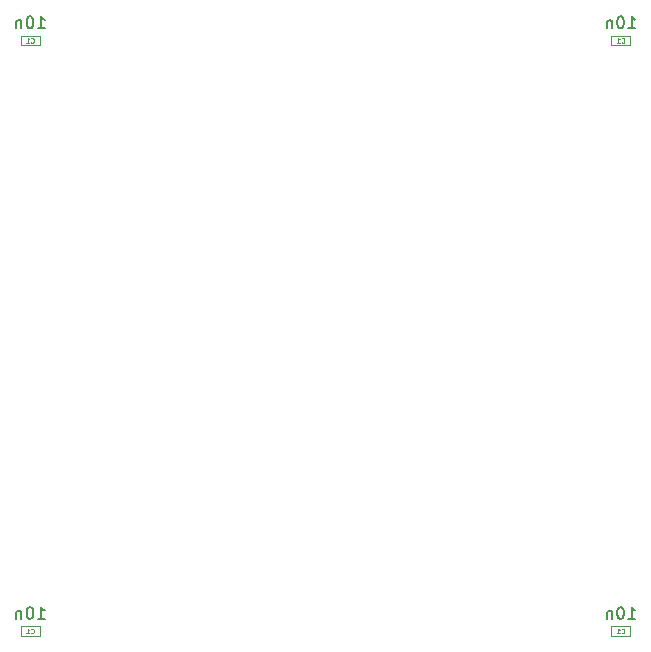
<source format=gbr>
G04 #@! TF.FileFunction,Other,Fab,Bot*
%FSLAX46Y46*%
G04 Gerber Fmt 4.6, Leading zero omitted, Abs format (unit mm)*
G04 Created by KiCad (PCBNEW 4.0.6) date 07/25/17 22:42:55*
%MOMM*%
%LPD*%
G01*
G04 APERTURE LIST*
%ADD10C,0.100000*%
%ADD11C,0.150000*%
%ADD12C,0.075000*%
G04 APERTURE END LIST*
D10*
X104619000Y-115811000D02*
X104619000Y-116611000D01*
X106219000Y-115811000D02*
X104619000Y-115811000D01*
X106219000Y-116611000D02*
X106219000Y-115811000D01*
X104619000Y-116611000D02*
X106219000Y-116611000D01*
X54619000Y-115811000D02*
X54619000Y-116611000D01*
X56219000Y-115811000D02*
X54619000Y-115811000D01*
X56219000Y-116611000D02*
X56219000Y-115811000D01*
X54619000Y-116611000D02*
X56219000Y-116611000D01*
X104619000Y-65811000D02*
X104619000Y-66611000D01*
X106219000Y-65811000D02*
X104619000Y-65811000D01*
X106219000Y-66611000D02*
X106219000Y-65811000D01*
X104619000Y-66611000D02*
X106219000Y-66611000D01*
X54619000Y-65811000D02*
X54619000Y-66611000D01*
X56219000Y-65811000D02*
X54619000Y-65811000D01*
X56219000Y-66611000D02*
X56219000Y-65811000D01*
X54619000Y-66611000D02*
X56219000Y-66611000D01*
D11*
X106061857Y-115163381D02*
X106633286Y-115163381D01*
X106347572Y-115163381D02*
X106347572Y-114163381D01*
X106442810Y-114306238D01*
X106538048Y-114401476D01*
X106633286Y-114449095D01*
X105442810Y-114163381D02*
X105347571Y-114163381D01*
X105252333Y-114211000D01*
X105204714Y-114258619D01*
X105157095Y-114353857D01*
X105109476Y-114544333D01*
X105109476Y-114782429D01*
X105157095Y-114972905D01*
X105204714Y-115068143D01*
X105252333Y-115115762D01*
X105347571Y-115163381D01*
X105442810Y-115163381D01*
X105538048Y-115115762D01*
X105585667Y-115068143D01*
X105633286Y-114972905D01*
X105680905Y-114782429D01*
X105680905Y-114544333D01*
X105633286Y-114353857D01*
X105585667Y-114258619D01*
X105538048Y-114211000D01*
X105442810Y-114163381D01*
X104680905Y-114496714D02*
X104680905Y-115163381D01*
X104680905Y-114591952D02*
X104633286Y-114544333D01*
X104538048Y-114496714D01*
X104395190Y-114496714D01*
X104299952Y-114544333D01*
X104252333Y-114639571D01*
X104252333Y-115163381D01*
D12*
X105485666Y-116353857D02*
X105504714Y-116372905D01*
X105561857Y-116391952D01*
X105599952Y-116391952D01*
X105657095Y-116372905D01*
X105695190Y-116334810D01*
X105714238Y-116296714D01*
X105733286Y-116220524D01*
X105733286Y-116163381D01*
X105714238Y-116087190D01*
X105695190Y-116049095D01*
X105657095Y-116011000D01*
X105599952Y-115991952D01*
X105561857Y-115991952D01*
X105504714Y-116011000D01*
X105485666Y-116030048D01*
X105104714Y-116391952D02*
X105333286Y-116391952D01*
X105219000Y-116391952D02*
X105219000Y-115991952D01*
X105257095Y-116049095D01*
X105295190Y-116087190D01*
X105333286Y-116106238D01*
D11*
X56061857Y-115163381D02*
X56633286Y-115163381D01*
X56347572Y-115163381D02*
X56347572Y-114163381D01*
X56442810Y-114306238D01*
X56538048Y-114401476D01*
X56633286Y-114449095D01*
X55442810Y-114163381D02*
X55347571Y-114163381D01*
X55252333Y-114211000D01*
X55204714Y-114258619D01*
X55157095Y-114353857D01*
X55109476Y-114544333D01*
X55109476Y-114782429D01*
X55157095Y-114972905D01*
X55204714Y-115068143D01*
X55252333Y-115115762D01*
X55347571Y-115163381D01*
X55442810Y-115163381D01*
X55538048Y-115115762D01*
X55585667Y-115068143D01*
X55633286Y-114972905D01*
X55680905Y-114782429D01*
X55680905Y-114544333D01*
X55633286Y-114353857D01*
X55585667Y-114258619D01*
X55538048Y-114211000D01*
X55442810Y-114163381D01*
X54680905Y-114496714D02*
X54680905Y-115163381D01*
X54680905Y-114591952D02*
X54633286Y-114544333D01*
X54538048Y-114496714D01*
X54395190Y-114496714D01*
X54299952Y-114544333D01*
X54252333Y-114639571D01*
X54252333Y-115163381D01*
D12*
X55485666Y-116353857D02*
X55504714Y-116372905D01*
X55561857Y-116391952D01*
X55599952Y-116391952D01*
X55657095Y-116372905D01*
X55695190Y-116334810D01*
X55714238Y-116296714D01*
X55733286Y-116220524D01*
X55733286Y-116163381D01*
X55714238Y-116087190D01*
X55695190Y-116049095D01*
X55657095Y-116011000D01*
X55599952Y-115991952D01*
X55561857Y-115991952D01*
X55504714Y-116011000D01*
X55485666Y-116030048D01*
X55104714Y-116391952D02*
X55333286Y-116391952D01*
X55219000Y-116391952D02*
X55219000Y-115991952D01*
X55257095Y-116049095D01*
X55295190Y-116087190D01*
X55333286Y-116106238D01*
D11*
X106061857Y-65163381D02*
X106633286Y-65163381D01*
X106347572Y-65163381D02*
X106347572Y-64163381D01*
X106442810Y-64306238D01*
X106538048Y-64401476D01*
X106633286Y-64449095D01*
X105442810Y-64163381D02*
X105347571Y-64163381D01*
X105252333Y-64211000D01*
X105204714Y-64258619D01*
X105157095Y-64353857D01*
X105109476Y-64544333D01*
X105109476Y-64782429D01*
X105157095Y-64972905D01*
X105204714Y-65068143D01*
X105252333Y-65115762D01*
X105347571Y-65163381D01*
X105442810Y-65163381D01*
X105538048Y-65115762D01*
X105585667Y-65068143D01*
X105633286Y-64972905D01*
X105680905Y-64782429D01*
X105680905Y-64544333D01*
X105633286Y-64353857D01*
X105585667Y-64258619D01*
X105538048Y-64211000D01*
X105442810Y-64163381D01*
X104680905Y-64496714D02*
X104680905Y-65163381D01*
X104680905Y-64591952D02*
X104633286Y-64544333D01*
X104538048Y-64496714D01*
X104395190Y-64496714D01*
X104299952Y-64544333D01*
X104252333Y-64639571D01*
X104252333Y-65163381D01*
D12*
X105485666Y-66353857D02*
X105504714Y-66372905D01*
X105561857Y-66391952D01*
X105599952Y-66391952D01*
X105657095Y-66372905D01*
X105695190Y-66334810D01*
X105714238Y-66296714D01*
X105733286Y-66220524D01*
X105733286Y-66163381D01*
X105714238Y-66087190D01*
X105695190Y-66049095D01*
X105657095Y-66011000D01*
X105599952Y-65991952D01*
X105561857Y-65991952D01*
X105504714Y-66011000D01*
X105485666Y-66030048D01*
X105104714Y-66391952D02*
X105333286Y-66391952D01*
X105219000Y-66391952D02*
X105219000Y-65991952D01*
X105257095Y-66049095D01*
X105295190Y-66087190D01*
X105333286Y-66106238D01*
D11*
X56061857Y-65163381D02*
X56633286Y-65163381D01*
X56347572Y-65163381D02*
X56347572Y-64163381D01*
X56442810Y-64306238D01*
X56538048Y-64401476D01*
X56633286Y-64449095D01*
X55442810Y-64163381D02*
X55347571Y-64163381D01*
X55252333Y-64211000D01*
X55204714Y-64258619D01*
X55157095Y-64353857D01*
X55109476Y-64544333D01*
X55109476Y-64782429D01*
X55157095Y-64972905D01*
X55204714Y-65068143D01*
X55252333Y-65115762D01*
X55347571Y-65163381D01*
X55442810Y-65163381D01*
X55538048Y-65115762D01*
X55585667Y-65068143D01*
X55633286Y-64972905D01*
X55680905Y-64782429D01*
X55680905Y-64544333D01*
X55633286Y-64353857D01*
X55585667Y-64258619D01*
X55538048Y-64211000D01*
X55442810Y-64163381D01*
X54680905Y-64496714D02*
X54680905Y-65163381D01*
X54680905Y-64591952D02*
X54633286Y-64544333D01*
X54538048Y-64496714D01*
X54395190Y-64496714D01*
X54299952Y-64544333D01*
X54252333Y-64639571D01*
X54252333Y-65163381D01*
D12*
X55485666Y-66353857D02*
X55504714Y-66372905D01*
X55561857Y-66391952D01*
X55599952Y-66391952D01*
X55657095Y-66372905D01*
X55695190Y-66334810D01*
X55714238Y-66296714D01*
X55733286Y-66220524D01*
X55733286Y-66163381D01*
X55714238Y-66087190D01*
X55695190Y-66049095D01*
X55657095Y-66011000D01*
X55599952Y-65991952D01*
X55561857Y-65991952D01*
X55504714Y-66011000D01*
X55485666Y-66030048D01*
X55104714Y-66391952D02*
X55333286Y-66391952D01*
X55219000Y-66391952D02*
X55219000Y-65991952D01*
X55257095Y-66049095D01*
X55295190Y-66087190D01*
X55333286Y-66106238D01*
M02*

</source>
